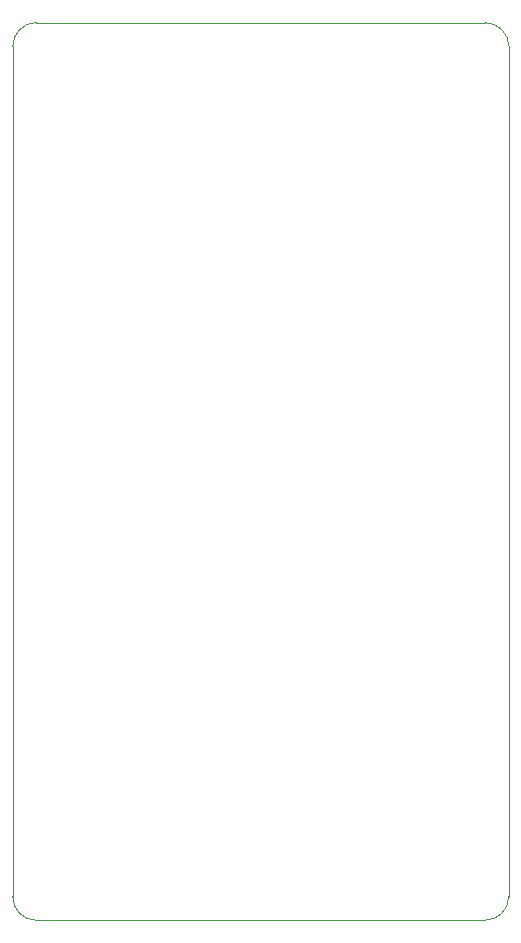
<source format=gbr>
G04 #@! TF.GenerationSoftware,KiCad,Pcbnew,(5.1.2)-2*
G04 #@! TF.CreationDate,2020-11-08T21:10:06-06:00*
G04 #@! TF.ProjectId,TempMonitor10PCB,54656d70-4d6f-46e6-9974-6f7231305043,rev?*
G04 #@! TF.SameCoordinates,Original*
G04 #@! TF.FileFunction,Profile,NP*
%FSLAX46Y46*%
G04 Gerber Fmt 4.6, Leading zero omitted, Abs format (unit mm)*
G04 Created by KiCad (PCBNEW (5.1.2)-2) date 2020-11-08 21:10:06*
%MOMM*%
%LPD*%
G04 APERTURE LIST*
%ADD10C,0.050000*%
G04 APERTURE END LIST*
D10*
X50000000Y-52000000D02*
G75*
G02X52000000Y-50000000I2000000J0D01*
G01*
X50000000Y-124000000D02*
G75*
G03X52000000Y-126000000I2000000J0D01*
G01*
X90000000Y-126000000D02*
G75*
G03X92000000Y-124000000I0J2000000D01*
G01*
X92000000Y-52000000D02*
G75*
G03X90000000Y-50000000I-2000000J0D01*
G01*
X52000000Y-126000000D02*
X90000000Y-126000000D01*
X50000000Y-52000000D02*
X50000000Y-124000000D01*
X52000000Y-50000000D02*
X90000000Y-50000000D01*
X92000000Y-52000000D02*
X92000000Y-124000000D01*
M02*

</source>
